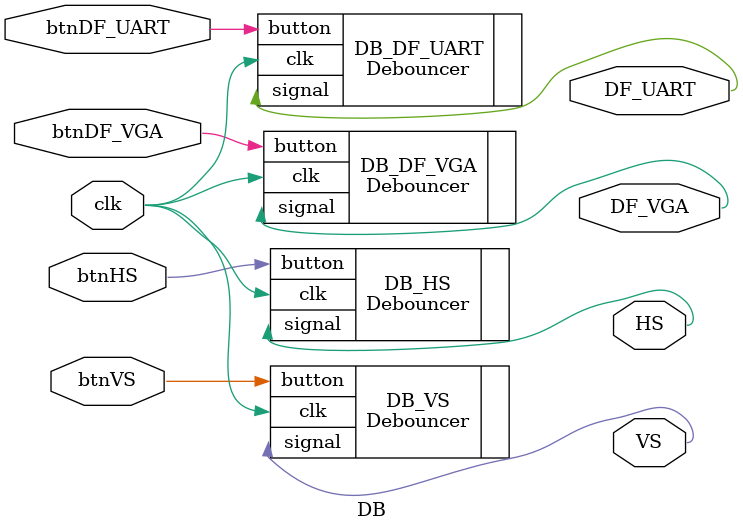
<source format=v>
`timescale 1 ns/1 ns

module DB
(
input clk,

input btnHS,
input btnVS,
input btnDF_UART,
input btnDF_VGA,

output HS,
output VS,
output DF_UART,
output DF_VGA
);

Debouncer DB_HS(.clk(clk), .button(btnHS), .signal(HS));	
Debouncer DB_VS(.clk(clk), .button(btnVS), .signal(VS));	
Debouncer DB_DF_UART(.clk(clk), .button(btnDF_UART), .signal(DF_UART));	
Debouncer DB_DF_VGA(.clk(clk), .button(btnDF_VGA), .signal(DF_VGA));	

endmodule


</source>
